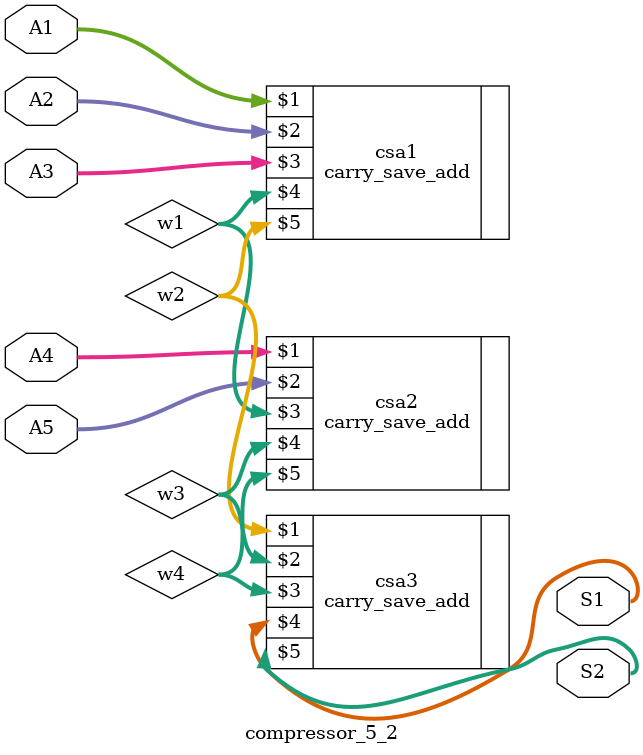
<source format=v>
`timescale 1ns / 1ps
module compressor_5_2(
   input [31:0] A1,
   input [31:0] A2,
   input [31:0] A3,
   input [31:0] A4,
   input [31:0] A5,
   output [31:0] S1,
   output [31:0] S2
   );
	
	wire[31:0] w1, w2, w3, w4;
	// Using 3:2 compressor (carry save adder) to make 5:2 compressor
	carry_save_add csa1 (A1, A2, A3, w1, w2);
	carry_save_add csa2 (A4, A5, w1, w3, w4);
	carry_save_add csa3 (w2, w3, w4, S1, S2);

endmodule

</source>
